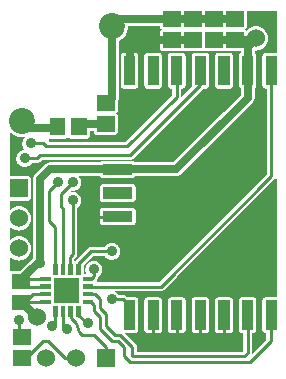
<source format=gbl>
G04 start of page 3 for group 1 idx 1 *
G04 Title: (unknown), solder *
G04 Creator: pcb 20091103 *
G04 CreationDate: Wed May  9 21:08:20 2012 UTC *
G04 For: markrages *
G04 Format: Gerber/RS-274X *
G04 PCB-Dimensions: 315000 325000 *
G04 PCB-Coordinate-Origin: lower left *
%MOIN*%
%FSLAX25Y25*%
%LNBACK*%
%ADD11C,0.0200*%
%ADD12C,0.0100*%
%ADD13C,0.0250*%
%ADD14C,0.0866*%
%ADD15C,0.0600*%
%ADD16C,0.0360*%
%ADD17C,0.0394*%
%ADD18C,0.0380*%
%ADD19C,0.0350*%
%ADD20C,0.1270*%
%ADD21C,0.3150*%
%ADD22R,0.0512X0.0512*%
%ADD23R,0.0374X0.0374*%
%ADD24R,0.0146X0.0146*%
G54D11*G36*
X154000Y209852D02*Y194000D01*
X150768D01*
Y197296D01*
X152638D01*
X152820Y197312D01*
X152997Y197359D01*
X153163Y197437D01*
X153313Y197542D01*
X153442Y197671D01*
X153547Y197821D01*
X153625Y197987D01*
X153672Y198164D01*
X153688Y198346D01*
Y208188D01*
X153672Y208370D01*
X153625Y208547D01*
X153547Y208713D01*
X153442Y208863D01*
X153313Y208992D01*
X153163Y209097D01*
X152997Y209175D01*
X152820Y209222D01*
X152638Y209238D01*
X150768D01*
Y218243D01*
X152998D01*
Y217984D01*
X153014Y217802D01*
X153061Y217625D01*
X153139Y217459D01*
X153244Y217309D01*
X153373Y217180D01*
X153523Y217075D01*
X153683Y217000D01*
X153523Y216925D01*
X153373Y216820D01*
X153244Y216691D01*
X153139Y216541D01*
X153061Y216375D01*
X153014Y216198D01*
X152998Y216016D01*
Y210898D01*
X153014Y210716D01*
X153061Y210539D01*
X153139Y210373D01*
X153244Y210223D01*
X153373Y210094D01*
X153523Y209989D01*
X153689Y209911D01*
X153866Y209864D01*
X154000Y209852D01*
G37*
G36*
X150768Y194000D02*X142894D01*
Y197296D01*
X144764D01*
X144946Y197312D01*
X145123Y197359D01*
X145289Y197437D01*
X145439Y197542D01*
X145568Y197671D01*
X145673Y197821D01*
X145751Y197987D01*
X145798Y198164D01*
X145814Y198346D01*
Y208188D01*
X145798Y208370D01*
X145751Y208547D01*
X145673Y208713D01*
X145568Y208863D01*
X145439Y208992D01*
X145289Y209097D01*
X145123Y209175D01*
X144946Y209222D01*
X144764Y209238D01*
X142894D01*
Y218243D01*
X150768D01*
Y209238D01*
X148898D01*
X148716Y209222D01*
X148539Y209175D01*
X148373Y209097D01*
X148223Y208992D01*
X148094Y208863D01*
X147989Y208713D01*
X147911Y208547D01*
X147864Y208370D01*
X147848Y208188D01*
Y198346D01*
X147864Y198164D01*
X147911Y197987D01*
X147989Y197821D01*
X148094Y197671D01*
X148223Y197542D01*
X148373Y197437D01*
X148539Y197359D01*
X148716Y197312D01*
X148898Y197296D01*
X150768D01*
Y194000D01*
G37*
G36*
X142894D02*X139292D01*
Y194058D01*
X139300Y194150D01*
Y213158D01*
X139691Y213340D01*
X140459Y213878D01*
X141122Y214541D01*
X141660Y215309D01*
X142056Y216160D01*
X142299Y217066D01*
X142381Y218000D01*
X142360Y218243D01*
X142894D01*
Y209238D01*
X141024D01*
X140842Y209222D01*
X140665Y209175D01*
X140499Y209097D01*
X140349Y208992D01*
X140220Y208863D01*
X140115Y208713D01*
X140037Y208547D01*
X139990Y208370D01*
X139974Y208188D01*
Y198346D01*
X139990Y198164D01*
X140037Y197987D01*
X140115Y197821D01*
X140220Y197671D01*
X140349Y197542D01*
X140499Y197437D01*
X140665Y197359D01*
X140842Y197312D01*
X141024Y197296D01*
X142894D01*
Y194000D01*
G37*
G36*
X139002Y193021D02*X139032Y193086D01*
X139085Y193178D01*
X139123Y193281D01*
X139161Y193363D01*
X139182Y193443D01*
X139223Y193554D01*
X139243Y193670D01*
X139265Y193751D01*
X139273Y193839D01*
X139292Y193949D01*
Y194059D01*
X139300Y194150D01*
Y198000D01*
X140034D01*
X140037Y197987D01*
X140115Y197821D01*
X140220Y197671D01*
X140349Y197542D01*
X140499Y197437D01*
X140665Y197359D01*
X140842Y197312D01*
X141024Y197296D01*
X144764D01*
X144946Y197312D01*
X145123Y197359D01*
X145289Y197437D01*
X145439Y197542D01*
X145568Y197671D01*
X145673Y197821D01*
X145751Y197987D01*
X145754Y198000D01*
X147908D01*
X147911Y197987D01*
X147989Y197821D01*
X148094Y197671D01*
X148223Y197542D01*
X148373Y197437D01*
X148539Y197359D01*
X148716Y197312D01*
X148898Y197296D01*
X149000D01*
Y187194D01*
X141356Y179550D01*
X116000D01*
Y180667D01*
X116173Y180621D01*
X116355Y180605D01*
X121473D01*
X121655Y180621D01*
X121832Y180668D01*
X121998Y180746D01*
X122148Y180851D01*
X122277Y180980D01*
X122382Y181130D01*
X122457Y181290D01*
X122532Y181130D01*
X122637Y180980D01*
X122766Y180851D01*
X122916Y180746D01*
X123082Y180668D01*
X123259Y180621D01*
X123441Y180605D01*
X128559D01*
X128741Y180621D01*
X128918Y180668D01*
X129084Y180746D01*
X129234Y180851D01*
X129363Y180980D01*
X129468Y181130D01*
X129546Y181296D01*
X129593Y181473D01*
X129609Y181655D01*
Y183157D01*
X130998D01*
Y182898D01*
X131014Y182716D01*
X131061Y182539D01*
X131139Y182373D01*
X131244Y182223D01*
X131373Y182094D01*
X131523Y181989D01*
X131689Y181911D01*
X131866Y181864D01*
X132048Y181848D01*
X137952D01*
X138134Y181864D01*
X138311Y181911D01*
X138477Y181989D01*
X138627Y182094D01*
X138756Y182223D01*
X138861Y182373D01*
X138939Y182539D01*
X138986Y182716D01*
X139002Y182898D01*
Y188016D01*
X138986Y188198D01*
X138939Y188375D01*
X138861Y188541D01*
X138756Y188691D01*
X138627Y188820D01*
X138477Y188925D01*
X138317Y189000D01*
X138477Y189075D01*
X138627Y189180D01*
X138756Y189309D01*
X138861Y189459D01*
X138939Y189625D01*
X138986Y189802D01*
X139002Y189984D01*
Y193021D01*
G37*
G36*
X169436Y199000D02*X171470D01*
Y198346D01*
X171486Y198164D01*
X171533Y197987D01*
X171611Y197821D01*
X171716Y197671D01*
X171845Y197542D01*
X171995Y197437D01*
X172161Y197359D01*
X172338Y197312D01*
X172520Y197296D01*
X174000D01*
Y189254D01*
X157420Y172674D01*
X144832D01*
X144787Y172769D01*
X144682Y172919D01*
X144553Y173048D01*
X144403Y173153D01*
X144237Y173231D01*
X144060Y173278D01*
X143878Y173294D01*
X134036D01*
X133854Y173278D01*
X133677Y173231D01*
X133511Y173153D01*
X133361Y173048D01*
X133232Y172919D01*
X133127Y172769D01*
X133082Y172674D01*
X116374D01*
X116282Y172666D01*
X116173D01*
X116063Y172647D01*
X115975Y172639D01*
X115893Y172617D01*
X115778Y172597D01*
X115668Y172557D01*
X115587Y172535D01*
X115505Y172497D01*
X115402Y172459D01*
X115308Y172405D01*
X115224Y172366D01*
X115151Y172315D01*
X115054Y172259D01*
X114966Y172185D01*
X114896Y172136D01*
X114835Y172075D01*
X114747Y172001D01*
X111373Y168627D01*
X111374Y168626D01*
X111311Y168551D01*
X111238Y168478D01*
X111180Y168395D01*
X111116Y168319D01*
X111068Y168235D01*
X111008Y168150D01*
X110964Y168055D01*
X110932Y168000D01*
X109310D01*
X109182Y168034D01*
X109000Y168050D01*
X103000D01*
Y182920D01*
X103541Y182379D01*
X104309Y181841D01*
X105160Y181445D01*
X106066Y181202D01*
X107000Y181120D01*
X107934Y181202D01*
X108357Y181316D01*
X108168Y181183D01*
X107817Y180832D01*
X107532Y180425D01*
X107322Y179975D01*
X107193Y179495D01*
X107150Y179000D01*
X107193Y178505D01*
X107322Y178025D01*
X107532Y177575D01*
X107817Y177168D01*
X108148Y176837D01*
X108000Y176850D01*
X107505Y176807D01*
X107025Y176678D01*
X106575Y176468D01*
X106168Y176183D01*
X105817Y175832D01*
X105532Y175425D01*
X105322Y174975D01*
X105193Y174495D01*
X105150Y174000D01*
X105193Y173505D01*
X105322Y173025D01*
X105532Y172575D01*
X105817Y172168D01*
X106168Y171817D01*
X106575Y171532D01*
X107025Y171322D01*
X107505Y171193D01*
X108000Y171150D01*
X108495Y171193D01*
X108975Y171322D01*
X109425Y171532D01*
X109832Y171817D01*
X110183Y172168D01*
X110380Y172450D01*
X112000D01*
X112068Y172456D01*
X112135D01*
X112205Y172468D01*
X112269Y172474D01*
X112334Y172491D01*
X112401Y172503D01*
X112462Y172525D01*
X112530Y172543D01*
X112592Y172572D01*
X112655Y172595D01*
X112717Y172631D01*
X112775Y172658D01*
X112825Y172693D01*
X112889Y172730D01*
X112946Y172778D01*
X112996Y172813D01*
X113040Y172857D01*
X113096Y172904D01*
X113642Y173450D01*
X143000D01*
X143068Y173456D01*
X143135D01*
X143204Y173468D01*
X143269Y173474D01*
X143332Y173491D01*
X143401Y173503D01*
X143461Y173525D01*
X143530Y173543D01*
X143593Y173573D01*
X143655Y173595D01*
X143717Y173631D01*
X143775Y173658D01*
X143826Y173694D01*
X143889Y173730D01*
X143946Y173778D01*
X143996Y173813D01*
X144040Y173857D01*
X144096Y173904D01*
X167488Y197296D01*
X168386D01*
X168568Y197312D01*
X168745Y197359D01*
X168911Y197437D01*
X169061Y197542D01*
X169190Y197671D01*
X169295Y197821D01*
X169373Y197987D01*
X169420Y198164D01*
X169436Y198346D01*
Y199000D01*
G37*
G36*
X174390Y209948D02*X174477Y209989D01*
X174500Y210005D01*
X174523Y209989D01*
X174689Y209911D01*
X174866Y209864D01*
X175048Y209848D01*
X179964D01*
Y209142D01*
X179869Y209097D01*
X179719Y208992D01*
X179590Y208863D01*
X179485Y208713D01*
X179407Y208547D01*
X179360Y208370D01*
X179344Y208188D01*
Y198346D01*
X179360Y198164D01*
X179407Y197987D01*
X179485Y197821D01*
X179590Y197671D01*
X179719Y197542D01*
X179869Y197437D01*
X179964Y197392D01*
Y195218D01*
X174390Y189644D01*
Y197296D01*
X176260D01*
X176442Y197312D01*
X176619Y197359D01*
X176785Y197437D01*
X176935Y197542D01*
X177064Y197671D01*
X177169Y197821D01*
X177247Y197987D01*
X177294Y198164D01*
X177310Y198346D01*
Y208188D01*
X177294Y208370D01*
X177247Y208547D01*
X177169Y208713D01*
X177064Y208863D01*
X176935Y208992D01*
X176785Y209097D01*
X176619Y209175D01*
X176442Y209222D01*
X176260Y209238D01*
X174390D01*
Y209948D01*
G37*
G36*
X148000Y215000D02*X152998D01*
Y210898D01*
X153014Y210716D01*
X153061Y210539D01*
X153139Y210373D01*
X153244Y210223D01*
X153373Y210094D01*
X153523Y209989D01*
X153689Y209911D01*
X153866Y209864D01*
X154048Y209848D01*
X159952D01*
X160134Y209864D01*
X160311Y209911D01*
X160477Y209989D01*
X160500Y210005D01*
X160523Y209989D01*
X160689Y209911D01*
X160866Y209864D01*
X161048Y209848D01*
X166952D01*
X167134Y209864D01*
X167311Y209911D01*
X167477Y209989D01*
X167500Y210005D01*
X167523Y209989D01*
X167689Y209911D01*
X167866Y209864D01*
X168048Y209848D01*
X173952D01*
X174134Y209864D01*
X174311Y209911D01*
X174390Y209948D01*
Y209238D01*
X172520D01*
X172338Y209222D01*
X172161Y209175D01*
X171995Y209097D01*
X171845Y208992D01*
X171716Y208863D01*
X171611Y208713D01*
X171533Y208547D01*
X171486Y208370D01*
X171470Y208188D01*
Y198346D01*
X171486Y198164D01*
X171533Y197987D01*
X171611Y197821D01*
X171716Y197671D01*
X171845Y197542D01*
X171995Y197437D01*
X172161Y197359D01*
X172338Y197312D01*
X172520Y197296D01*
X174390D01*
Y189644D01*
X157746Y173000D01*
X148000D01*
Y177808D01*
X167488Y197296D01*
X168386D01*
X168568Y197312D01*
X168745Y197359D01*
X168911Y197437D01*
X169061Y197542D01*
X169190Y197671D01*
X169295Y197821D01*
X169373Y197987D01*
X169420Y198164D01*
X169436Y198346D01*
Y208188D01*
X169420Y208370D01*
X169373Y208547D01*
X169295Y208713D01*
X169190Y208863D01*
X169061Y208992D01*
X168911Y209097D01*
X168745Y209175D01*
X168568Y209222D01*
X168386Y209238D01*
X164646D01*
X164464Y209222D01*
X164287Y209175D01*
X164121Y209097D01*
X163971Y208992D01*
X163842Y208863D01*
X163737Y208713D01*
X163659Y208547D01*
X163612Y208370D01*
X163596Y208188D01*
Y198346D01*
X163612Y198164D01*
X163659Y197987D01*
X163702Y197896D01*
X160164Y194358D01*
X160168Y194373D01*
X160172Y194422D01*
X160187Y194507D01*
Y194586D01*
X160192Y194642D01*
Y197296D01*
X160512D01*
X160694Y197312D01*
X160871Y197359D01*
X161037Y197437D01*
X161187Y197542D01*
X161316Y197671D01*
X161421Y197821D01*
X161499Y197987D01*
X161546Y198164D01*
X161562Y198346D01*
Y208188D01*
X161546Y208370D01*
X161499Y208547D01*
X161421Y208713D01*
X161316Y208863D01*
X161187Y208992D01*
X161037Y209097D01*
X160871Y209175D01*
X160694Y209222D01*
X160512Y209238D01*
X156772D01*
X156590Y209222D01*
X156413Y209175D01*
X156247Y209097D01*
X156097Y208992D01*
X155968Y208863D01*
X155863Y208713D01*
X155785Y208547D01*
X155738Y208370D01*
X155722Y208188D01*
Y198346D01*
X155738Y198164D01*
X155785Y197987D01*
X155863Y197821D01*
X155968Y197671D01*
X156097Y197542D01*
X156247Y197437D01*
X156413Y197359D01*
X156590Y197312D01*
X156772Y197296D01*
X157092D01*
Y195286D01*
X148000Y186194D01*
Y197805D01*
X148094Y197671D01*
X148223Y197542D01*
X148373Y197437D01*
X148539Y197359D01*
X148716Y197312D01*
X148898Y197296D01*
X152638D01*
X152820Y197312D01*
X152997Y197359D01*
X153163Y197437D01*
X153313Y197542D01*
X153442Y197671D01*
X153547Y197821D01*
X153625Y197987D01*
X153672Y198164D01*
X153688Y198346D01*
Y208188D01*
X153672Y208370D01*
X153625Y208547D01*
X153547Y208713D01*
X153442Y208863D01*
X153313Y208992D01*
X153163Y209097D01*
X152997Y209175D01*
X152820Y209222D01*
X152638Y209238D01*
X148898D01*
X148716Y209222D01*
X148539Y209175D01*
X148373Y209097D01*
X148223Y208992D01*
X148094Y208863D01*
X148000Y208729D01*
Y215000D01*
G37*
G36*
X182002Y223000D02*X192000D01*
Y209238D01*
X188268D01*
X188086Y209222D01*
X187909Y209175D01*
X187743Y209097D01*
X187593Y208992D01*
X187464Y208863D01*
X187359Y208713D01*
X187281Y208547D01*
X187234Y208370D01*
X187218Y208188D01*
Y198346D01*
X187234Y198164D01*
X187281Y197987D01*
X187359Y197821D01*
X187464Y197671D01*
X187593Y197542D01*
X187743Y197437D01*
X187909Y197359D01*
X188086Y197312D01*
X188268Y197296D01*
X188588D01*
Y168782D01*
X170806Y151000D01*
X138957D01*
Y151706D01*
X143878D01*
X144060Y151722D01*
X144237Y151769D01*
X144403Y151847D01*
X144553Y151952D01*
X144682Y152081D01*
X144787Y152231D01*
X144865Y152397D01*
X144912Y152574D01*
X144928Y152756D01*
Y156496D01*
X144912Y156678D01*
X144865Y156855D01*
X144787Y157021D01*
X144682Y157171D01*
X144553Y157300D01*
X144403Y157405D01*
X144237Y157483D01*
X144060Y157530D01*
X143878Y157546D01*
X138957D01*
Y159580D01*
X143878D01*
X144060Y159596D01*
X144237Y159643D01*
X144403Y159721D01*
X144553Y159826D01*
X144682Y159955D01*
X144787Y160105D01*
X144865Y160271D01*
X144912Y160448D01*
X144928Y160630D01*
Y164370D01*
X144912Y164552D01*
X144865Y164729D01*
X144787Y164895D01*
X144682Y165045D01*
X144553Y165174D01*
X144403Y165279D01*
X144237Y165357D01*
X144060Y165404D01*
X143878Y165420D01*
X138957D01*
Y167454D01*
X143878D01*
X144060Y167470D01*
X144237Y167517D01*
X144403Y167595D01*
X144553Y167700D01*
X144682Y167829D01*
X144787Y167979D01*
X144832Y168074D01*
X158374D01*
X158477Y168083D01*
X158574D01*
X158671Y168100D01*
X158773Y168109D01*
X158875Y168136D01*
X158969Y168153D01*
X159056Y168185D01*
X159161Y168213D01*
X159257Y168258D01*
X159346Y168290D01*
X159431Y168339D01*
X159524Y168382D01*
X159609Y168441D01*
X159693Y168490D01*
X159767Y168552D01*
X159852Y168612D01*
X159925Y168685D01*
X160000Y168748D01*
X183890Y192638D01*
X183891Y192637D01*
X183965Y192725D01*
X184026Y192786D01*
X184075Y192856D01*
X184149Y192944D01*
X184204Y193040D01*
X184256Y193114D01*
X184296Y193200D01*
X184349Y193292D01*
X184387Y193395D01*
X184425Y193477D01*
X184446Y193557D01*
X184487Y193668D01*
X184507Y193784D01*
X184529Y193865D01*
X184537Y193953D01*
X184556Y194063D01*
Y194173D01*
X184564Y194264D01*
Y197392D01*
X184659Y197437D01*
X184809Y197542D01*
X184938Y197671D01*
X185043Y197821D01*
X185121Y197987D01*
X185168Y198164D01*
X185184Y198346D01*
Y208188D01*
X185168Y208370D01*
X185121Y208547D01*
X185043Y208713D01*
X184938Y208863D01*
X184809Y208992D01*
X184659Y209097D01*
X184564Y209142D01*
Y209988D01*
X185000Y209950D01*
X185703Y210012D01*
X186385Y210194D01*
X187025Y210493D01*
X187603Y210898D01*
X188102Y211397D01*
X188507Y211975D01*
X188806Y212615D01*
X188988Y213297D01*
X189050Y214000D01*
X188988Y214703D01*
X188806Y215385D01*
X188507Y216025D01*
X188102Y216603D01*
X187603Y217102D01*
X187025Y217507D01*
X186385Y217806D01*
X185703Y217988D01*
X185000Y218050D01*
X184297Y217988D01*
X183615Y217806D01*
X182975Y217507D01*
X182397Y217102D01*
X181898Y216603D01*
X181858Y216546D01*
X181756Y216691D01*
X181627Y216820D01*
X181477Y216925D01*
X181317Y217000D01*
X181477Y217075D01*
X181627Y217180D01*
X181756Y217309D01*
X181861Y217459D01*
X181939Y217625D01*
X181986Y217802D01*
X182002Y217984D01*
Y223000D01*
G37*
G36*
X138957Y151000D02*X125550D01*
Y157620D01*
X125832Y157817D01*
X126183Y158168D01*
X126468Y158575D01*
X126678Y159025D01*
X126807Y159505D01*
X126850Y160000D01*
X126807Y160495D01*
X126678Y160975D01*
X126468Y161425D01*
X126183Y161832D01*
X125832Y162183D01*
X125425Y162468D01*
X124975Y162678D01*
X124495Y162807D01*
X124000Y162850D01*
X123505Y162807D01*
X123025Y162678D01*
X122734Y162542D01*
X123410Y163218D01*
X123505Y163193D01*
X124000Y163150D01*
X124495Y163193D01*
X124975Y163322D01*
X125425Y163532D01*
X125832Y163817D01*
X126183Y164168D01*
X126468Y164575D01*
X126678Y165025D01*
X126807Y165505D01*
X126850Y166000D01*
X126807Y166495D01*
X126678Y166975D01*
X126468Y167425D01*
X126183Y167832D01*
X125941Y168074D01*
X133082D01*
X133127Y167979D01*
X133232Y167829D01*
X133361Y167700D01*
X133511Y167595D01*
X133677Y167517D01*
X133854Y167470D01*
X134036Y167454D01*
X138957D01*
Y165420D01*
X134036D01*
X133854Y165404D01*
X133677Y165357D01*
X133511Y165279D01*
X133361Y165174D01*
X133232Y165045D01*
X133127Y164895D01*
X133049Y164729D01*
X133002Y164552D01*
X132986Y164370D01*
Y160630D01*
X133002Y160448D01*
X133049Y160271D01*
X133127Y160105D01*
X133232Y159955D01*
X133361Y159826D01*
X133511Y159721D01*
X133677Y159643D01*
X133854Y159596D01*
X134036Y159580D01*
X138957D01*
Y157546D01*
X134036D01*
X133854Y157530D01*
X133677Y157483D01*
X133511Y157405D01*
X133361Y157300D01*
X133232Y157171D01*
X133127Y157021D01*
X133049Y156855D01*
X133002Y156678D01*
X132986Y156496D01*
Y152756D01*
X133002Y152574D01*
X133049Y152397D01*
X133127Y152231D01*
X133232Y152081D01*
X133361Y151952D01*
X133511Y151847D01*
X133677Y151769D01*
X133854Y151722D01*
X134036Y151706D01*
X138957D01*
Y151000D01*
G37*
G36*
Y140942D02*X139183Y141168D01*
X139468Y141575D01*
X139678Y142025D01*
X139807Y142505D01*
X139850Y143000D01*
X139807Y143495D01*
X139678Y143975D01*
X139468Y144425D01*
X139183Y144832D01*
X138957Y145058D01*
Y151706D01*
X143878D01*
X144060Y151722D01*
X144237Y151769D01*
X144403Y151847D01*
X144553Y151952D01*
X144682Y152081D01*
X144787Y152231D01*
X144865Y152397D01*
X144912Y152574D01*
X144928Y152756D01*
Y156496D01*
X144912Y156678D01*
X144865Y156855D01*
X144787Y157021D01*
X144682Y157171D01*
X144553Y157300D01*
X144403Y157405D01*
X144237Y157483D01*
X144060Y157530D01*
X143878Y157546D01*
X138957D01*
Y159580D01*
X143878D01*
X144060Y159596D01*
X144237Y159643D01*
X144403Y159721D01*
X144553Y159826D01*
X144682Y159955D01*
X144787Y160105D01*
X144865Y160271D01*
X144912Y160448D01*
X144928Y160630D01*
Y164370D01*
X144912Y164552D01*
X144865Y164729D01*
X144787Y164895D01*
X144682Y165045D01*
X144553Y165174D01*
X144403Y165279D01*
X144237Y165357D01*
X144060Y165404D01*
X143878Y165420D01*
X138957D01*
Y167454D01*
X143878D01*
X144060Y167470D01*
X144237Y167517D01*
X144403Y167595D01*
X144553Y167700D01*
X144682Y167829D01*
X144787Y167979D01*
X144832Y168074D01*
X158374D01*
X158477Y168083D01*
X158574D01*
X158671Y168100D01*
X158773Y168109D01*
X158875Y168136D01*
X158969Y168153D01*
X159056Y168185D01*
X159161Y168213D01*
X159257Y168258D01*
X159346Y168290D01*
X159431Y168339D01*
X159524Y168382D01*
X159609Y168441D01*
X159693Y168490D01*
X159767Y168552D01*
X159852Y168612D01*
X159925Y168685D01*
X160000Y168748D01*
X183252Y192000D01*
X188588D01*
Y168782D01*
X152635Y132829D01*
X138957D01*
Y140942D01*
G37*
G36*
Y145058D02*X138832Y145183D01*
X138425Y145468D01*
X137975Y145678D01*
X137495Y145807D01*
X137000Y145850D01*
X136505Y145807D01*
X136025Y145678D01*
X135575Y145468D01*
X135168Y145183D01*
X134817Y144832D01*
X134620Y144550D01*
X130000D01*
X129945Y144545D01*
X129865D01*
X129780Y144530D01*
X129731Y144526D01*
X129684Y144514D01*
X129598Y144499D01*
X129518Y144470D01*
X129470Y144457D01*
X129425Y144436D01*
X129344Y144406D01*
X129268Y144362D01*
X129225Y144342D01*
X129187Y144315D01*
X129110Y144271D01*
X129041Y144213D01*
X129004Y144187D01*
X128972Y144155D01*
X128903Y144097D01*
X124741Y139935D01*
X124742Y139934D01*
X124695Y139878D01*
X124651Y139834D01*
X124616Y139784D01*
X124611Y139778D01*
X124585Y139766D01*
X124558Y139747D01*
X124550Y139753D01*
Y140358D01*
X125096Y140904D01*
X125097Y140903D01*
X125155Y140972D01*
X125187Y141004D01*
X125213Y141041D01*
X125271Y141110D01*
X125315Y141187D01*
X125342Y141225D01*
X125362Y141268D01*
X125406Y141344D01*
X125436Y141425D01*
X125457Y141470D01*
X125470Y141518D01*
X125499Y141598D01*
X125514Y141684D01*
X125526Y141731D01*
X125530Y141780D01*
X125545Y141865D01*
Y141945D01*
X125550Y142000D01*
Y157620D01*
X125832Y157817D01*
X126183Y158168D01*
X126468Y158575D01*
X126678Y159025D01*
X126807Y159505D01*
X126850Y160000D01*
X126807Y160495D01*
X126678Y160975D01*
X126468Y161425D01*
X126183Y161832D01*
X125832Y162183D01*
X125425Y162468D01*
X124975Y162678D01*
X124495Y162807D01*
X124000Y162850D01*
X123505Y162807D01*
X123025Y162678D01*
X122734Y162542D01*
X123410Y163218D01*
X123505Y163193D01*
X124000Y163150D01*
X124495Y163193D01*
X124975Y163322D01*
X125425Y163532D01*
X125832Y163817D01*
X126183Y164168D01*
X126468Y164575D01*
X126678Y165025D01*
X126807Y165505D01*
X126850Y166000D01*
X126807Y166495D01*
X126678Y166975D01*
X126468Y167425D01*
X126183Y167832D01*
X125941Y168074D01*
X133082D01*
X133127Y167979D01*
X133232Y167829D01*
X133361Y167700D01*
X133511Y167595D01*
X133677Y167517D01*
X133854Y167470D01*
X134036Y167454D01*
X138957D01*
Y165420D01*
X134036D01*
X133854Y165404D01*
X133677Y165357D01*
X133511Y165279D01*
X133361Y165174D01*
X133232Y165045D01*
X133127Y164895D01*
X133049Y164729D01*
X133002Y164552D01*
X132986Y164370D01*
Y160630D01*
X133002Y160448D01*
X133049Y160271D01*
X133127Y160105D01*
X133232Y159955D01*
X133361Y159826D01*
X133511Y159721D01*
X133677Y159643D01*
X133854Y159596D01*
X134036Y159580D01*
X138957D01*
Y157546D01*
X134036D01*
X133854Y157530D01*
X133677Y157483D01*
X133511Y157405D01*
X133361Y157300D01*
X133232Y157171D01*
X133127Y157021D01*
X133049Y156855D01*
X133002Y156678D01*
X132986Y156496D01*
Y152756D01*
X133002Y152574D01*
X133049Y152397D01*
X133127Y152231D01*
X133232Y152081D01*
X133361Y151952D01*
X133511Y151847D01*
X133677Y151769D01*
X133854Y151722D01*
X134036Y151706D01*
X138957D01*
Y145058D01*
G37*
G36*
X127616Y135616D02*Y138424D01*
X130642Y141450D01*
X134620D01*
X134817Y141168D01*
X135168Y140817D01*
X135575Y140532D01*
X136025Y140322D01*
X136505Y140193D01*
X137000Y140150D01*
X137495Y140193D01*
X137975Y140322D01*
X138425Y140532D01*
X138832Y140817D01*
X138957Y140942D01*
Y132829D01*
X131865D01*
X131891Y132928D01*
X131907Y133110D01*
Y133424D01*
X132096Y133613D01*
X132097Y133612D01*
X132155Y133681D01*
X132187Y133713D01*
X132213Y133750D01*
X132271Y133819D01*
X132316Y133897D01*
X132342Y133934D01*
X132362Y133977D01*
X132406Y134053D01*
X132435Y134132D01*
X132457Y134179D01*
X132469Y134226D01*
X132499Y134307D01*
X132514Y134396D01*
X132526Y134440D01*
X132530Y134489D01*
X132545Y134574D01*
Y134617D01*
X132832Y134817D01*
X133183Y135168D01*
X133468Y135575D01*
X133678Y136025D01*
X133807Y136505D01*
X133850Y137000D01*
X133807Y137495D01*
X133678Y137975D01*
X133468Y138425D01*
X133183Y138832D01*
X132832Y139183D01*
X132425Y139468D01*
X131975Y139678D01*
X131495Y139807D01*
X131000Y139850D01*
X130505Y139807D01*
X130025Y139678D01*
X129575Y139468D01*
X129168Y139183D01*
X128817Y138832D01*
X128532Y138425D01*
X128322Y137975D01*
X128193Y137495D01*
X128150Y137000D01*
X128193Y136505D01*
X128322Y136025D01*
X128513Y135616D01*
X127616D01*
G37*
G36*
X103000Y172000D02*X105985D01*
X106168Y171817D01*
X106575Y171532D01*
X107025Y171322D01*
X107505Y171193D01*
X108000Y171150D01*
X108495Y171193D01*
X108975Y171322D01*
X109425Y171532D01*
X109832Y171817D01*
X110015Y172000D01*
X114746D01*
X111373Y168627D01*
X111374Y168626D01*
X111311Y168551D01*
X111238Y168478D01*
X111179Y168394D01*
X111116Y168319D01*
X111067Y168234D01*
X111008Y168150D01*
X110963Y168054D01*
X110916Y167972D01*
X110884Y167885D01*
X110839Y167787D01*
X110812Y167685D01*
X110779Y167595D01*
X110762Y167500D01*
X110735Y167399D01*
X110726Y167295D01*
X110709Y167200D01*
Y167102D01*
X110700Y167000D01*
Y140740D01*
X106569Y136609D01*
X103655D01*
X103473Y136593D01*
X103296Y136546D01*
X103130Y136468D01*
X103000Y136377D01*
Y141295D01*
X103397Y140898D01*
X103975Y140493D01*
X104615Y140194D01*
X105297Y140012D01*
X106000Y139950D01*
X106703Y140012D01*
X107385Y140194D01*
X108025Y140493D01*
X108603Y140898D01*
X109102Y141397D01*
X109507Y141975D01*
X109806Y142615D01*
X109988Y143297D01*
X110050Y144000D01*
X109988Y144703D01*
X109806Y145385D01*
X109507Y146025D01*
X109102Y146603D01*
X108603Y147102D01*
X108025Y147507D01*
X107385Y147806D01*
X106703Y147988D01*
X106000Y148050D01*
X105297Y147988D01*
X104615Y147806D01*
X103975Y147507D01*
X103397Y147102D01*
X103000Y146705D01*
Y151295D01*
X103397Y150898D01*
X103975Y150493D01*
X104615Y150194D01*
X105297Y150012D01*
X106000Y149950D01*
X106703Y150012D01*
X107385Y150194D01*
X108025Y150493D01*
X108603Y150898D01*
X109102Y151397D01*
X109507Y151975D01*
X109806Y152615D01*
X109988Y153297D01*
X110050Y154000D01*
X109988Y154703D01*
X109806Y155385D01*
X109507Y156025D01*
X109102Y156603D01*
X108603Y157102D01*
X108025Y157507D01*
X107385Y157806D01*
X106703Y157988D01*
X106000Y158050D01*
X105297Y157988D01*
X104615Y157806D01*
X103975Y157507D01*
X103397Y157102D01*
X103000Y156705D01*
Y159950D01*
X109000D01*
X109182Y159966D01*
X109359Y160013D01*
X109525Y160091D01*
X109675Y160196D01*
X109804Y160325D01*
X109909Y160475D01*
X109987Y160641D01*
X110034Y160818D01*
X110050Y161000D01*
Y167000D01*
X110034Y167182D01*
X109987Y167359D01*
X109909Y167525D01*
X109804Y167675D01*
X109675Y167804D01*
X109525Y167909D01*
X109359Y167987D01*
X109182Y168034D01*
X109000Y168050D01*
X103000D01*
Y172000D01*
G37*
G36*
X188450Y115762D02*Y113644D01*
X183786Y108980D01*
X183790Y108996D01*
X183794Y109043D01*
X183809Y109130D01*
Y109209D01*
X183814Y109265D01*
Y115762D01*
X184134D01*
X184316Y115778D01*
X184493Y115825D01*
X184659Y115903D01*
X184809Y116008D01*
X184938Y116137D01*
X185043Y116287D01*
X185121Y116453D01*
X185168Y116630D01*
X185184Y116812D01*
Y126654D01*
X185168Y126836D01*
X185121Y127013D01*
X185043Y127179D01*
X184938Y127329D01*
X184809Y127458D01*
X184659Y127563D01*
X184493Y127641D01*
X184316Y127688D01*
X184134Y127704D01*
X180394D01*
X180212Y127688D01*
X180035Y127641D01*
X179869Y127563D01*
X179719Y127458D01*
X179590Y127329D01*
X179485Y127179D01*
X179407Y127013D01*
X179360Y126836D01*
X179344Y126654D01*
Y116812D01*
X179360Y116630D01*
X179407Y116453D01*
X179485Y116287D01*
X179590Y116137D01*
X179719Y116008D01*
X179869Y115903D01*
X180035Y115825D01*
X180212Y115778D01*
X180394Y115762D01*
X180714D01*
Y109909D01*
X180356Y109551D01*
X174390D01*
Y115762D01*
X176260D01*
X176442Y115778D01*
X176619Y115825D01*
X176785Y115903D01*
X176935Y116008D01*
X177064Y116137D01*
X177169Y116287D01*
X177247Y116453D01*
X177294Y116630D01*
X177310Y116812D01*
Y126654D01*
X177294Y126836D01*
X177247Y127013D01*
X177169Y127179D01*
X177064Y127329D01*
X176935Y127458D01*
X176785Y127563D01*
X176619Y127641D01*
X176442Y127688D01*
X176260Y127704D01*
X174390D01*
Y150198D01*
X191192Y167000D01*
X192000D01*
Y127704D01*
X188268D01*
X188086Y127688D01*
X187909Y127641D01*
X187743Y127563D01*
X187593Y127458D01*
X187464Y127329D01*
X187359Y127179D01*
X187281Y127013D01*
X187234Y126836D01*
X187218Y126654D01*
Y116812D01*
X187234Y116630D01*
X187281Y116453D01*
X187359Y116287D01*
X187464Y116137D01*
X187593Y116008D01*
X187743Y115903D01*
X187909Y115825D01*
X188086Y115778D01*
X188268Y115762D01*
X188450D01*
G37*
G36*
X174390Y109551D02*X166516D01*
Y115762D01*
X168386D01*
X168568Y115778D01*
X168745Y115825D01*
X168911Y115903D01*
X169061Y116008D01*
X169190Y116137D01*
X169295Y116287D01*
X169373Y116453D01*
X169420Y116630D01*
X169436Y116812D01*
Y126654D01*
X169420Y126836D01*
X169373Y127013D01*
X169295Y127179D01*
X169190Y127329D01*
X169061Y127458D01*
X168911Y127563D01*
X168745Y127641D01*
X168568Y127688D01*
X168386Y127704D01*
X166516D01*
Y142324D01*
X174390Y150198D01*
Y127704D01*
X172520D01*
X172338Y127688D01*
X172161Y127641D01*
X171995Y127563D01*
X171845Y127458D01*
X171716Y127329D01*
X171611Y127179D01*
X171533Y127013D01*
X171486Y126836D01*
X171470Y126654D01*
Y116812D01*
X171486Y116630D01*
X171533Y116453D01*
X171611Y116287D01*
X171716Y116137D01*
X171845Y116008D01*
X171995Y115903D01*
X172161Y115825D01*
X172338Y115778D01*
X172520Y115762D01*
X174390D01*
Y109551D01*
G37*
G36*
X166516D02*X158642D01*
Y115762D01*
X160512D01*
X160694Y115778D01*
X160871Y115825D01*
X161037Y115903D01*
X161187Y116008D01*
X161316Y116137D01*
X161421Y116287D01*
X161499Y116453D01*
X161546Y116630D01*
X161562Y116812D01*
Y126654D01*
X161546Y126836D01*
X161499Y127013D01*
X161421Y127179D01*
X161316Y127329D01*
X161187Y127458D01*
X161037Y127563D01*
X160871Y127641D01*
X160694Y127688D01*
X160512Y127704D01*
X158642D01*
Y134450D01*
X166516Y142324D01*
Y127704D01*
X164646D01*
X164464Y127688D01*
X164287Y127641D01*
X164121Y127563D01*
X163971Y127458D01*
X163842Y127329D01*
X163737Y127179D01*
X163659Y127013D01*
X163612Y126836D01*
X163596Y126654D01*
Y116812D01*
X163612Y116630D01*
X163659Y116453D01*
X163737Y116287D01*
X163842Y116137D01*
X163971Y116008D01*
X164121Y115903D01*
X164287Y115825D01*
X164464Y115778D01*
X164646Y115762D01*
X166516D01*
Y109551D01*
G37*
G36*
X158642D02*X150768D01*
Y115762D01*
X152638D01*
X152820Y115778D01*
X152997Y115825D01*
X153163Y115903D01*
X153313Y116008D01*
X153442Y116137D01*
X153547Y116287D01*
X153625Y116453D01*
X153672Y116630D01*
X153688Y116812D01*
Y126654D01*
X153672Y126836D01*
X153625Y127013D01*
X153547Y127179D01*
X153442Y127329D01*
X153313Y127458D01*
X153163Y127563D01*
X152997Y127641D01*
X152820Y127688D01*
X152638Y127704D01*
X150768D01*
Y129729D01*
X153279D01*
X153346Y129735D01*
X153414D01*
X153484Y129747D01*
X153548Y129753D01*
X153613Y129770D01*
X153680Y129782D01*
X153740Y129804D01*
X153809Y129822D01*
X153871Y129851D01*
X153934Y129874D01*
X153996Y129910D01*
X154054Y129937D01*
X154104Y129972D01*
X154168Y130009D01*
X154225Y130057D01*
X154275Y130092D01*
X154319Y130136D01*
X154375Y130183D01*
X158642Y134450D01*
Y127704D01*
X156772D01*
X156590Y127688D01*
X156413Y127641D01*
X156247Y127563D01*
X156097Y127458D01*
X155968Y127329D01*
X155863Y127179D01*
X155785Y127013D01*
X155738Y126836D01*
X155722Y126654D01*
Y116812D01*
X155738Y116630D01*
X155785Y116453D01*
X155863Y116287D01*
X155968Y116137D01*
X156097Y116008D01*
X156247Y115903D01*
X156413Y115825D01*
X156590Y115778D01*
X156772Y115762D01*
X158642D01*
Y109551D01*
G37*
G36*
X150768D02*X145379D01*
Y111001D01*
X145374Y111058D01*
Y111137D01*
X145360Y111219D01*
X145355Y111270D01*
X145342Y111318D01*
X145327Y111403D01*
X145301Y111473D01*
X145286Y111531D01*
X145259Y111589D01*
X145234Y111657D01*
X145196Y111723D01*
X145171Y111776D01*
X145139Y111821D01*
X145099Y111891D01*
X145047Y111953D01*
X145016Y111997D01*
X144978Y112035D01*
X144925Y112098D01*
X141261Y115762D01*
X144764D01*
X144946Y115778D01*
X145123Y115825D01*
X145289Y115903D01*
X145439Y116008D01*
X145568Y116137D01*
X145673Y116287D01*
X145751Y116453D01*
X145798Y116630D01*
X145814Y116812D01*
Y126654D01*
X145798Y126836D01*
X145751Y127013D01*
X145673Y127179D01*
X145568Y127329D01*
X145439Y127458D01*
X145289Y127563D01*
X145123Y127641D01*
X144946Y127688D01*
X144764Y127704D01*
X142167D01*
X141775Y128096D01*
X141712Y128149D01*
X141674Y128187D01*
X141630Y128218D01*
X141568Y128270D01*
X141498Y128310D01*
X141453Y128342D01*
X141400Y128367D01*
X141334Y128405D01*
X141266Y128430D01*
X141208Y128457D01*
X141150Y128472D01*
X141080Y128498D01*
X140995Y128513D01*
X140947Y128526D01*
X140896Y128531D01*
X140814Y128545D01*
X140735D01*
X140678Y128550D01*
X139380D01*
X139183Y128832D01*
X138832Y129183D01*
X138425Y129468D01*
X137975Y129678D01*
X137785Y129729D01*
X150768D01*
Y127704D01*
X148898D01*
X148716Y127688D01*
X148539Y127641D01*
X148373Y127563D01*
X148223Y127458D01*
X148094Y127329D01*
X147989Y127179D01*
X147911Y127013D01*
X147864Y126836D01*
X147848Y126654D01*
Y116812D01*
X147864Y116630D01*
X147911Y116453D01*
X147989Y116287D01*
X148094Y116137D01*
X148223Y116008D01*
X148373Y115903D01*
X148539Y115825D01*
X148716Y115778D01*
X148898Y115762D01*
X150768D01*
Y109551D01*
G37*
G36*
X188588Y197296D02*Y168782D01*
X152635Y132829D01*
X138957D01*
Y140942D01*
X139183Y141168D01*
X139468Y141575D01*
X139678Y142025D01*
X139807Y142505D01*
X139850Y143000D01*
X139807Y143495D01*
X139678Y143975D01*
X139468Y144425D01*
X139183Y144832D01*
X138957Y145058D01*
Y151706D01*
X143878D01*
X144060Y151722D01*
X144237Y151769D01*
X144403Y151847D01*
X144553Y151952D01*
X144682Y152081D01*
X144787Y152231D01*
X144865Y152397D01*
X144912Y152574D01*
X144928Y152756D01*
Y156496D01*
X144912Y156678D01*
X144865Y156855D01*
X144787Y157021D01*
X144682Y157171D01*
X144553Y157300D01*
X144403Y157405D01*
X144237Y157483D01*
X144060Y157530D01*
X143878Y157546D01*
X138957D01*
Y159580D01*
X143878D01*
X144060Y159596D01*
X144237Y159643D01*
X144403Y159721D01*
X144553Y159826D01*
X144682Y159955D01*
X144787Y160105D01*
X144865Y160271D01*
X144912Y160448D01*
X144928Y160630D01*
Y164370D01*
X144912Y164552D01*
X144865Y164729D01*
X144787Y164895D01*
X144682Y165045D01*
X144553Y165174D01*
X144403Y165279D01*
X144237Y165357D01*
X144060Y165404D01*
X143878Y165420D01*
X138957D01*
Y167454D01*
X143878D01*
X144060Y167470D01*
X144237Y167517D01*
X144403Y167595D01*
X144553Y167700D01*
X144682Y167829D01*
X144787Y167979D01*
X144832Y168074D01*
X158374D01*
X158477Y168083D01*
X158574D01*
X158671Y168100D01*
X158773Y168109D01*
X158875Y168136D01*
X158969Y168153D01*
X159056Y168185D01*
X159161Y168213D01*
X159257Y168258D01*
X159346Y168290D01*
X159431Y168339D01*
X159524Y168382D01*
X159609Y168441D01*
X159693Y168490D01*
X159767Y168552D01*
X159852Y168612D01*
X159925Y168685D01*
X160000Y168748D01*
X183890Y192638D01*
X183891Y192637D01*
X183965Y192725D01*
X184026Y192786D01*
X184075Y192856D01*
X184149Y192944D01*
X184204Y193040D01*
X184256Y193114D01*
X184296Y193200D01*
X184349Y193292D01*
X184387Y193395D01*
X184425Y193477D01*
X184446Y193557D01*
X184487Y193668D01*
X184507Y193784D01*
X184529Y193865D01*
X184537Y193953D01*
X184556Y194063D01*
Y194173D01*
X184564Y194264D01*
Y197392D01*
X184659Y197437D01*
X184809Y197542D01*
X184938Y197671D01*
X185043Y197821D01*
X185121Y197987D01*
X185168Y198164D01*
X185184Y198346D01*
Y208188D01*
X185168Y208370D01*
X185121Y208547D01*
X185043Y208713D01*
X184938Y208863D01*
X184809Y208992D01*
X184659Y209097D01*
X184564Y209142D01*
Y209988D01*
X185000Y209950D01*
X185703Y210012D01*
X186385Y210194D01*
X187025Y210493D01*
X187603Y210898D01*
X188102Y211397D01*
X188507Y211975D01*
X188806Y212615D01*
X188988Y213297D01*
X189050Y214000D01*
X188988Y214703D01*
X188806Y215385D01*
X188507Y216025D01*
X188102Y216603D01*
X187603Y217102D01*
X187025Y217507D01*
X186385Y217806D01*
X185703Y217988D01*
X185000Y218050D01*
X184297Y217988D01*
X183615Y217806D01*
X182975Y217507D01*
X182397Y217102D01*
X181898Y216603D01*
X181858Y216546D01*
X181756Y216691D01*
X181627Y216820D01*
X181477Y216925D01*
X181317Y217000D01*
X181477Y217075D01*
X181627Y217180D01*
X181756Y217309D01*
X181861Y217459D01*
X181939Y217625D01*
X181986Y217802D01*
X182002Y217984D01*
Y223000D01*
X192000D01*
Y209238D01*
X188268D01*
X188086Y209222D01*
X187909Y209175D01*
X187743Y209097D01*
X187593Y208992D01*
X187464Y208863D01*
X187359Y208713D01*
X187281Y208547D01*
X187234Y208370D01*
X187218Y208188D01*
Y198346D01*
X187234Y198164D01*
X187281Y197987D01*
X187359Y197821D01*
X187464Y197671D01*
X187593Y197542D01*
X187743Y197437D01*
X187909Y197359D01*
X188086Y197312D01*
X188268Y197296D01*
X188588D01*
G37*
G36*
X138957Y145058D02*X138832Y145183D01*
X138425Y145468D01*
X137975Y145678D01*
X137495Y145807D01*
X137000Y145850D01*
X136505Y145807D01*
X136025Y145678D01*
X135575Y145468D01*
X135168Y145183D01*
X134817Y144832D01*
X134620Y144550D01*
X130000D01*
X129945Y144545D01*
X129865D01*
X129780Y144530D01*
X129731Y144526D01*
X129684Y144514D01*
X129598Y144499D01*
X129518Y144470D01*
X129470Y144457D01*
X129425Y144436D01*
X129344Y144406D01*
X129268Y144362D01*
X129225Y144342D01*
X129187Y144315D01*
X129110Y144271D01*
X129041Y144213D01*
X129004Y144187D01*
X128972Y144155D01*
X128903Y144097D01*
X124741Y139935D01*
X124742Y139934D01*
X124695Y139878D01*
X124651Y139834D01*
X124616Y139784D01*
X124611Y139778D01*
X124585Y139766D01*
X124558Y139747D01*
X124550Y139753D01*
Y140358D01*
X125096Y140904D01*
X125097Y140903D01*
X125155Y140972D01*
X125187Y141004D01*
X125213Y141041D01*
X125271Y141110D01*
X125315Y141187D01*
X125342Y141225D01*
X125362Y141268D01*
X125406Y141344D01*
X125436Y141425D01*
X125457Y141470D01*
X125470Y141518D01*
X125499Y141598D01*
X125514Y141684D01*
X125526Y141731D01*
X125530Y141780D01*
X125545Y141865D01*
Y141945D01*
X125550Y142000D01*
Y157620D01*
X125832Y157817D01*
X126183Y158168D01*
X126468Y158575D01*
X126678Y159025D01*
X126807Y159505D01*
X126850Y160000D01*
X126807Y160495D01*
X126678Y160975D01*
X126468Y161425D01*
X126183Y161832D01*
X125832Y162183D01*
X125425Y162468D01*
X124975Y162678D01*
X124495Y162807D01*
X124000Y162850D01*
X123505Y162807D01*
X123025Y162678D01*
X122734Y162542D01*
X123410Y163218D01*
X123505Y163193D01*
X124000Y163150D01*
X124495Y163193D01*
X124975Y163322D01*
X125425Y163532D01*
X125832Y163817D01*
X126183Y164168D01*
X126468Y164575D01*
X126678Y165025D01*
X126807Y165505D01*
X126850Y166000D01*
X126807Y166495D01*
X126678Y166975D01*
X126468Y167425D01*
X126183Y167832D01*
X125941Y168074D01*
X133082D01*
X133127Y167979D01*
X133232Y167829D01*
X133361Y167700D01*
X133511Y167595D01*
X133677Y167517D01*
X133854Y167470D01*
X134036Y167454D01*
X138957D01*
Y165420D01*
X134036D01*
X133854Y165404D01*
X133677Y165357D01*
X133511Y165279D01*
X133361Y165174D01*
X133232Y165045D01*
X133127Y164895D01*
X133049Y164729D01*
X133002Y164552D01*
X132986Y164370D01*
Y160630D01*
X133002Y160448D01*
X133049Y160271D01*
X133127Y160105D01*
X133232Y159955D01*
X133361Y159826D01*
X133511Y159721D01*
X133677Y159643D01*
X133854Y159596D01*
X134036Y159580D01*
X138957D01*
Y157546D01*
X134036D01*
X133854Y157530D01*
X133677Y157483D01*
X133511Y157405D01*
X133361Y157300D01*
X133232Y157171D01*
X133127Y157021D01*
X133049Y156855D01*
X133002Y156678D01*
X132986Y156496D01*
Y152756D01*
X133002Y152574D01*
X133049Y152397D01*
X133127Y152231D01*
X133232Y152081D01*
X133361Y151952D01*
X133511Y151847D01*
X133677Y151769D01*
X133854Y151722D01*
X134036Y151706D01*
X138957D01*
Y145058D01*
G37*
G36*
Y132829D02*X131865D01*
X131891Y132928D01*
X131907Y133110D01*
Y133424D01*
X132096Y133613D01*
X132097Y133612D01*
X132155Y133681D01*
X132187Y133713D01*
X132213Y133750D01*
X132271Y133819D01*
X132316Y133897D01*
X132342Y133934D01*
X132362Y133977D01*
X132406Y134053D01*
X132435Y134132D01*
X132457Y134179D01*
X132469Y134226D01*
X132499Y134307D01*
X132514Y134396D01*
X132526Y134440D01*
X132530Y134489D01*
X132545Y134574D01*
Y134617D01*
X132832Y134817D01*
X133183Y135168D01*
X133468Y135575D01*
X133678Y136025D01*
X133807Y136505D01*
X133850Y137000D01*
X133807Y137495D01*
X133678Y137975D01*
X133468Y138425D01*
X133183Y138832D01*
X132832Y139183D01*
X132425Y139468D01*
X131975Y139678D01*
X131495Y139807D01*
X131000Y139850D01*
X130505Y139807D01*
X130025Y139678D01*
X129575Y139468D01*
X129168Y139183D01*
X128817Y138832D01*
X128532Y138425D01*
X128322Y137975D01*
X128193Y137495D01*
X128150Y137000D01*
X128193Y136505D01*
X128322Y136025D01*
X128513Y135616D01*
X127616D01*
Y138424D01*
X130642Y141450D01*
X134620D01*
X134817Y141168D01*
X135168Y140817D01*
X135575Y140532D01*
X136025Y140322D01*
X136505Y140193D01*
X137000Y140150D01*
X137495Y140193D01*
X137975Y140322D01*
X138425Y140532D01*
X138832Y140817D01*
X138957Y140942D01*
Y132829D01*
G37*
G36*
X157735Y137929D02*X142221Y151706D01*
X143878D01*
X144060Y151722D01*
X144237Y151769D01*
X144403Y151847D01*
X144553Y151952D01*
X144682Y152081D01*
X144787Y152231D01*
X144865Y152397D01*
X144912Y152574D01*
X144928Y152756D01*
Y156496D01*
X144912Y156678D01*
X144865Y156855D01*
X144787Y157021D01*
X144682Y157171D01*
X144553Y157300D01*
X144403Y157405D01*
X144237Y157483D01*
X144060Y157530D01*
X143878Y157546D01*
X138957D01*
Y159580D01*
X143878D01*
X144060Y159596D01*
X144237Y159643D01*
X144403Y159721D01*
X144553Y159826D01*
X144682Y159955D01*
X144787Y160105D01*
X144865Y160271D01*
X144912Y160448D01*
X144928Y160630D01*
Y164370D01*
X144912Y164552D01*
X144865Y164729D01*
X144787Y164895D01*
X144682Y165045D01*
X144553Y165174D01*
X144403Y165279D01*
X144237Y165357D01*
X144060Y165404D01*
X143878Y165420D01*
X138957D01*
Y167000D01*
X186806D01*
X157735Y137929D01*
G37*
G36*
X138957Y157546D02*X135645D01*
X126783Y165416D01*
X126807Y165505D01*
X126850Y166000D01*
X126807Y166495D01*
X126678Y166975D01*
X126666Y167000D01*
X138957D01*
Y165420D01*
X134036D01*
X133854Y165404D01*
X133677Y165357D01*
X133511Y165279D01*
X133361Y165174D01*
X133232Y165045D01*
X133127Y164895D01*
X133049Y164729D01*
X133002Y164552D01*
X132986Y164370D01*
Y160630D01*
X133002Y160448D01*
X133049Y160271D01*
X133127Y160105D01*
X133232Y159955D01*
X133361Y159826D01*
X133511Y159721D01*
X133677Y159643D01*
X133854Y159596D01*
X134036Y159580D01*
X138957D01*
Y157546D01*
G37*
G36*
X188450Y115762D02*Y113644D01*
X183786Y108980D01*
X183790Y108996D01*
X183794Y109043D01*
X183809Y109130D01*
Y109209D01*
X183814Y109265D01*
Y115762D01*
X184134D01*
X184316Y115778D01*
X184493Y115825D01*
X184659Y115903D01*
X184809Y116008D01*
X184938Y116137D01*
X185043Y116287D01*
X185121Y116453D01*
X185168Y116630D01*
X185184Y116812D01*
Y126654D01*
X185168Y126836D01*
X185121Y127013D01*
X185043Y127179D01*
X184938Y127329D01*
X184809Y127458D01*
X184659Y127563D01*
X184493Y127641D01*
X184316Y127688D01*
X184134Y127704D01*
X180394D01*
X180212Y127688D01*
X180035Y127641D01*
X179869Y127563D01*
X179719Y127458D01*
X179590Y127329D01*
X179485Y127179D01*
X179407Y127013D01*
X179360Y126836D01*
X179344Y126654D01*
Y116812D01*
X179360Y116630D01*
X179407Y116453D01*
X179485Y116287D01*
X179590Y116137D01*
X179719Y116008D01*
X179869Y115903D01*
X180035Y115825D01*
X180212Y115778D01*
X180394Y115762D01*
X180714D01*
Y109909D01*
X180356Y109551D01*
X174390D01*
Y115762D01*
X176260D01*
X176442Y115778D01*
X176619Y115825D01*
X176785Y115903D01*
X176935Y116008D01*
X177064Y116137D01*
X177169Y116287D01*
X177247Y116453D01*
X177294Y116630D01*
X177310Y116812D01*
Y126654D01*
X177294Y126836D01*
X177247Y127013D01*
X177169Y127179D01*
X177064Y127329D01*
X176935Y127458D01*
X176785Y127563D01*
X176619Y127641D01*
X176442Y127688D01*
X176260Y127704D01*
X174390D01*
Y130000D01*
X192000D01*
Y127704D01*
X188268D01*
X188086Y127688D01*
X187909Y127641D01*
X187743Y127563D01*
X187593Y127458D01*
X187464Y127329D01*
X187359Y127179D01*
X187281Y127013D01*
X187234Y126836D01*
X187218Y126654D01*
Y116812D01*
X187234Y116630D01*
X187281Y116453D01*
X187359Y116287D01*
X187464Y116137D01*
X187593Y116008D01*
X187743Y115903D01*
X187909Y115825D01*
X188086Y115778D01*
X188268Y115762D01*
X188450D01*
G37*
G36*
X174390Y109551D02*X166516D01*
Y115762D01*
X168386D01*
X168568Y115778D01*
X168745Y115825D01*
X168911Y115903D01*
X169061Y116008D01*
X169190Y116137D01*
X169295Y116287D01*
X169373Y116453D01*
X169420Y116630D01*
X169436Y116812D01*
Y126654D01*
X169420Y126836D01*
X169373Y127013D01*
X169295Y127179D01*
X169190Y127329D01*
X169061Y127458D01*
X168911Y127563D01*
X168745Y127641D01*
X168568Y127688D01*
X168386Y127704D01*
X166516D01*
Y130000D01*
X174390D01*
Y127704D01*
X172520D01*
X172338Y127688D01*
X172161Y127641D01*
X171995Y127563D01*
X171845Y127458D01*
X171716Y127329D01*
X171611Y127179D01*
X171533Y127013D01*
X171486Y126836D01*
X171470Y126654D01*
Y116812D01*
X171486Y116630D01*
X171533Y116453D01*
X171611Y116287D01*
X171716Y116137D01*
X171845Y116008D01*
X171995Y115903D01*
X172161Y115825D01*
X172338Y115778D01*
X172520Y115762D01*
X174390D01*
Y109551D01*
G37*
G36*
X166516D02*X158642D01*
Y115762D01*
X160512D01*
X160694Y115778D01*
X160871Y115825D01*
X161037Y115903D01*
X161187Y116008D01*
X161316Y116137D01*
X161421Y116287D01*
X161499Y116453D01*
X161546Y116630D01*
X161562Y116812D01*
Y126654D01*
X161546Y126836D01*
X161499Y127013D01*
X161421Y127179D01*
X161316Y127329D01*
X161187Y127458D01*
X161037Y127563D01*
X160871Y127641D01*
X160694Y127688D01*
X160512Y127704D01*
X158642D01*
Y130000D01*
X166516D01*
Y127704D01*
X164646D01*
X164464Y127688D01*
X164287Y127641D01*
X164121Y127563D01*
X163971Y127458D01*
X163842Y127329D01*
X163737Y127179D01*
X163659Y127013D01*
X163612Y126836D01*
X163596Y126654D01*
Y116812D01*
X163612Y116630D01*
X163659Y116453D01*
X163737Y116287D01*
X163842Y116137D01*
X163971Y116008D01*
X164121Y115903D01*
X164287Y115825D01*
X164464Y115778D01*
X164646Y115762D01*
X166516D01*
Y109551D01*
G37*
G36*
X158642D02*X150768D01*
Y115762D01*
X152638D01*
X152820Y115778D01*
X152997Y115825D01*
X153163Y115903D01*
X153313Y116008D01*
X153442Y116137D01*
X153547Y116287D01*
X153625Y116453D01*
X153672Y116630D01*
X153688Y116812D01*
Y126654D01*
X153672Y126836D01*
X153625Y127013D01*
X153547Y127179D01*
X153442Y127329D01*
X153313Y127458D01*
X153163Y127563D01*
X152997Y127641D01*
X152820Y127688D01*
X152638Y127704D01*
X150768D01*
Y129729D01*
X153279D01*
X153347Y129735D01*
X153414D01*
X153484Y129747D01*
X153548Y129753D01*
X153613Y129770D01*
X153680Y129782D01*
X153741Y129804D01*
X153809Y129822D01*
X153872Y129851D01*
X153934Y129874D01*
X153995Y129909D01*
X154054Y129937D01*
X154106Y129973D01*
X154152Y130000D01*
X158642D01*
Y127704D01*
X156772D01*
X156590Y127688D01*
X156413Y127641D01*
X156247Y127563D01*
X156097Y127458D01*
X155968Y127329D01*
X155863Y127179D01*
X155785Y127013D01*
X155738Y126836D01*
X155722Y126654D01*
Y116812D01*
X155738Y116630D01*
X155785Y116453D01*
X155863Y116287D01*
X155968Y116137D01*
X156097Y116008D01*
X156247Y115903D01*
X156413Y115825D01*
X156590Y115778D01*
X156772Y115762D01*
X158642D01*
Y109551D01*
G37*
G36*
X150768D02*X145379D01*
Y111001D01*
X145374Y111058D01*
Y111137D01*
X145360Y111219D01*
X145355Y111270D01*
X145342Y111318D01*
X145327Y111403D01*
X145301Y111473D01*
X145286Y111531D01*
X145259Y111589D01*
X145234Y111657D01*
X145196Y111723D01*
X145171Y111776D01*
X145139Y111821D01*
X145099Y111891D01*
X145047Y111953D01*
X145016Y111997D01*
X144978Y112035D01*
X144925Y112098D01*
X141261Y115762D01*
X144764D01*
X144946Y115778D01*
X145123Y115825D01*
X145289Y115903D01*
X145439Y116008D01*
X145568Y116137D01*
X145673Y116287D01*
X145751Y116453D01*
X145798Y116630D01*
X145814Y116812D01*
Y126654D01*
X145798Y126836D01*
X145751Y127013D01*
X145673Y127179D01*
X145568Y127329D01*
X145439Y127458D01*
X145289Y127563D01*
X145123Y127641D01*
X144946Y127688D01*
X144764Y127704D01*
X142167D01*
X141775Y128096D01*
X141712Y128149D01*
X141674Y128187D01*
X141630Y128218D01*
X141568Y128270D01*
X141498Y128310D01*
X141453Y128342D01*
X141400Y128367D01*
X141334Y128405D01*
X141266Y128430D01*
X141208Y128457D01*
X141150Y128472D01*
X141080Y128498D01*
X140995Y128513D01*
X140947Y128526D01*
X140896Y128531D01*
X140814Y128545D01*
X140735D01*
X140678Y128550D01*
X139380D01*
X139183Y128832D01*
X138832Y129183D01*
X138425Y129468D01*
X137975Y129678D01*
X137785Y129729D01*
X150768D01*
Y127704D01*
X148898D01*
X148716Y127688D01*
X148539Y127641D01*
X148373Y127563D01*
X148223Y127458D01*
X148094Y127329D01*
X147989Y127179D01*
X147911Y127013D01*
X147864Y126836D01*
X147848Y126654D01*
Y116812D01*
X147864Y116630D01*
X147911Y116453D01*
X147989Y116287D01*
X148094Y116137D01*
X148223Y116008D01*
X148373Y115903D01*
X148539Y115825D01*
X148716Y115778D01*
X148898Y115762D01*
X150768D01*
Y109551D01*
G37*
G54D13*X137000Y218000D02*Y194150D01*
X135393Y192543D01*
X134607Y185457D02*X133543Y184393D01*
X127243Y185457D02*X134607D01*
X127243D02*X126000Y184214D01*
X142894Y211894D02*Y206318D01*
X109287Y184214D02*X118914D01*
G54D12*X118779Y184079D02*X118914Y184214D01*
X115000Y178000D02*X114000Y179000D01*
X110000D02*X114000D01*
G54D13*X109287Y184214D02*X107000Y186501D01*
G54D12*X113000Y175000D02*X143000D01*
G54D13*X116374Y170374D02*X135906D01*
G54D12*X115000Y178000D02*X142000D01*
G54D13*X113000Y167000D02*X116374Y170374D01*
G54D12*X108000Y174000D02*X112000D01*
X113000Y175000D02*X112000Y174000D01*
G54D13*X107000Y125914D02*X107086D01*
G54D12*X108162Y133838D02*X113871D01*
X108721Y131279D02*X113871D01*
X108721D02*X108000Y132000D01*
G54D13*X106214Y133000D02*X113000Y139786D01*
G54D12*X108162Y133838D02*X108000Y134000D01*
X110721Y128721D02*X113871D01*
X110721D02*X108000Y126000D01*
X108162Y126162D02*X113871D01*
X108162D02*X108000Y126000D01*
G54D13*X106214Y133000D02*X106000Y133214D01*
X113000Y167000D02*Y139786D01*
G54D12*X131000Y137000D02*Y134709D01*
X130000Y143000D02*X137000D01*
X130129Y133838D02*X131000Y134709D01*
X125838Y138838D02*Y138129D01*
X123279D02*X123000Y138408D01*
Y141000D02*Y138408D01*
Y141000D02*X124000Y142000D01*
X118162Y138129D02*X118000Y138291D01*
X124000Y160000D02*Y142000D01*
X120721Y157279D02*Y138129D01*
X118000Y151000D02*Y138291D01*
Y151000D02*X116000Y153000D01*
X119000Y166000D02*X116000Y163000D01*
Y153000D01*
X120000Y162000D02*Y158000D01*
X120721Y157279D02*X120000Y158000D01*
X124000Y166000D02*X120000Y162000D01*
G54D13*X139543Y220543D02*X177607D01*
X139543D02*X137000Y218000D01*
X144457Y213457D02*X163607D01*
X144457D02*X142894Y211894D01*
X170607Y213457D02*X180543D01*
G54D12*X190138Y200216D02*Y168138D01*
G54D13*X182264Y211264D02*Y206318D01*
X180543Y213457D02*X182264Y211736D01*
Y206318D01*
X185000Y214000D02*X184457Y213457D01*
X178393D02*X184457D01*
X185000Y214000D02*X182264Y211264D01*
Y200216D02*Y194264D01*
G54D12*X166516Y206318D02*Y198516D01*
G54D13*X182264Y194264D02*X158374Y170374D01*
G54D12*X166516Y198516D02*X143000Y175000D01*
X158642Y200216D02*Y194642D01*
X142000Y178000D01*
G54D13*X142008Y170374D02*X158374D01*
G54D12*X174390Y114390D02*X174000Y114000D01*
X143000Y106000D02*X183000D01*
X182264Y109265D02*X181000Y108001D01*
X143829D02*X181000D01*
X143829Y111001D02*Y108001D01*
X174390Y118682D02*Y114390D01*
X190138Y118682D02*X190000Y118544D01*
Y113000D01*
X174390Y118682D02*X174000Y118292D01*
X190000Y113000D02*X183000Y106000D01*
X182264Y118682D02*Y109265D01*
X150768Y118682D02*Y115232D01*
X158642Y114358D02*X159000Y114000D01*
X166516Y118682D02*Y114516D01*
X158642Y118682D02*Y114358D01*
X150768Y115232D02*X151000Y115000D01*
X166516Y114516D02*X166000Y114000D01*
X125838Y138838D02*X130000Y143000D01*
X131626Y154626D02*X135906D01*
X131626D02*X131000Y154000D01*
X190138Y168138D02*X153279Y131279D01*
X121366Y107500D02*X115866Y113000D01*
X114000D02*X115866D01*
X125000Y108000D02*X121366Y107500D01*
X108457Y107457D02*X114000Y113000D01*
X107393Y107457D02*X108457D01*
X130129Y131279D02*X153279D01*
X142894Y124784D02*X140678Y127000D01*
X137000D02*X140678D01*
X133000D02*Y124000D01*
Y127000D02*X131279Y128721D01*
X130129D02*X131279D01*
X130129Y126162D02*X130999Y125292D01*
X131000Y115000D02*X135000Y111000D01*
Y107000D01*
X128331Y115000D02*X131000D01*
X128709Y119000D02*X129000D01*
X143000Y106000D02*X141000Y108000D01*
Y111000D02*Y108000D01*
X137000Y113000D02*X133000Y117000D01*
Y121000D02*Y117000D01*
X135001Y121829D02*Y117999D01*
X135000Y122000D02*X133000Y124000D01*
Y121000D02*X131000Y123000D01*
Y123916D02*Y123000D01*
X141000Y111000D02*X139000Y113000D01*
X137000D02*X139000D01*
X143829Y111001D02*X139830Y115000D01*
X139081D02*X139830D01*
X137998Y115002D02*X139000D01*
X137998D02*X135001Y117999D01*
X130999Y125292D02*Y123000D01*
X106607Y114543D02*X106000Y115150D01*
Y120000D02*Y115150D01*
G54D13*X112000Y121000D02*X107086Y125914D01*
G54D12*X123279Y120721D02*Y121871D01*
X126000Y116000D02*X125000Y119000D01*
X125838Y121871D02*X128709Y119000D01*
X125000D02*X123279Y120721D01*
X122000Y117000D02*X120721Y118279D01*
X118162Y119162D02*X117000Y118000D01*
X118162Y121871D02*Y119162D01*
X120721Y121871D02*Y118279D01*
Y121871D02*Y119279D01*
X129000Y115000D02*X127000D01*
X126000Y116000D01*
G54D14*X107000Y186501D03*
X137000Y218000D03*
G54D11*G36*
X103000Y167000D02*Y161000D01*
X109000D01*
Y167000D01*
X103000D01*
G37*
G54D15*X106000Y154000D03*
G54D11*G36*
X132000Y110500D02*Y104500D01*
X138000D01*
Y110500D01*
X132000D01*
G37*
G54D15*X125000Y107500D03*
X115000D03*
X106000Y144000D03*
X182000Y137000D03*
Y170000D03*
X185000Y214000D03*
X166000Y190000D03*
G54D16*X124000Y166000D03*
X119000D03*
X110000Y179000D03*
X108000Y174000D03*
X131000Y137000D03*
X129000Y119000D03*
X137000Y127000D03*
G54D15*X112000Y121000D03*
G54D16*X124000Y128000D03*
X120000D03*
X117000Y118000D03*
X122000Y117000D03*
X124000Y160000D03*
X137000Y143000D03*
X106000Y120000D03*
X113000Y139000D03*
X124000Y132000D03*
X120000D03*
G54D22*X118914Y185000D02*Y184214D01*
X126000Y185000D02*Y184214D01*
X134607Y192543D02*X135393D01*
X134607Y185457D02*X135393D01*
G54D23*X142894Y206318D02*Y200216D01*
X135906Y170374D02*X142008D01*
X135906Y162500D02*X142008D01*
X135906Y154626D02*X142008D01*
X150768Y206318D02*Y200216D01*
X158642Y206318D02*Y200216D01*
X166516Y206318D02*Y200216D01*
X174390Y206318D02*Y200216D01*
X182264Y206318D02*Y200216D01*
X190138Y206318D02*Y200216D01*
G54D22*X177607Y213457D02*X178393D01*
X177607Y220543D02*X178393D01*
X170607Y213457D02*X171393D01*
X170607Y220543D02*X171393D01*
X163607D02*X164393D01*
X163607Y213457D02*X164393D01*
X156607Y220543D02*X157393D01*
X156607Y213457D02*X157393D01*
X106607Y114543D02*X107393D01*
X106607Y107457D02*X107393D01*
X106214Y125914D02*X107000D01*
X106214Y133000D02*X107000D01*
G54D24*X118162Y138129D02*Y136043D01*
X120721Y138129D02*Y136043D01*
X123279Y138129D02*Y136043D01*
X125838Y138129D02*Y136043D01*
X128043Y133838D02*X130129D01*
X128043Y131279D02*X130129D01*
X128043Y128721D02*X130129D01*
X128043Y126162D02*X130129D01*
X125838Y123957D02*Y121871D01*
X123279Y123957D02*Y121871D01*
X120721Y123957D02*Y121871D01*
X118162Y123957D02*Y121871D01*
X113871Y126162D02*X115957D01*
X113871Y128721D02*X115957D01*
X113871Y131279D02*X115957D01*
X113871Y133838D02*X115957D01*
G54D11*G36*
X117867Y134133D02*Y125866D01*
X126134D01*
Y134133D01*
X117867D01*
G37*
G54D23*X142894Y124784D02*Y118682D01*
X150768Y124784D02*Y118682D01*
X158642Y124784D02*Y118682D01*
X166516Y124784D02*Y118682D01*
X174390Y124784D02*Y118682D01*
X182264Y124784D02*Y118682D01*
X190138Y124784D02*Y118682D01*
G54D17*G54D18*G54D19*G54D11*G54D20*G54D21*G54D11*G54D19*G54D11*G54D20*M02*

</source>
